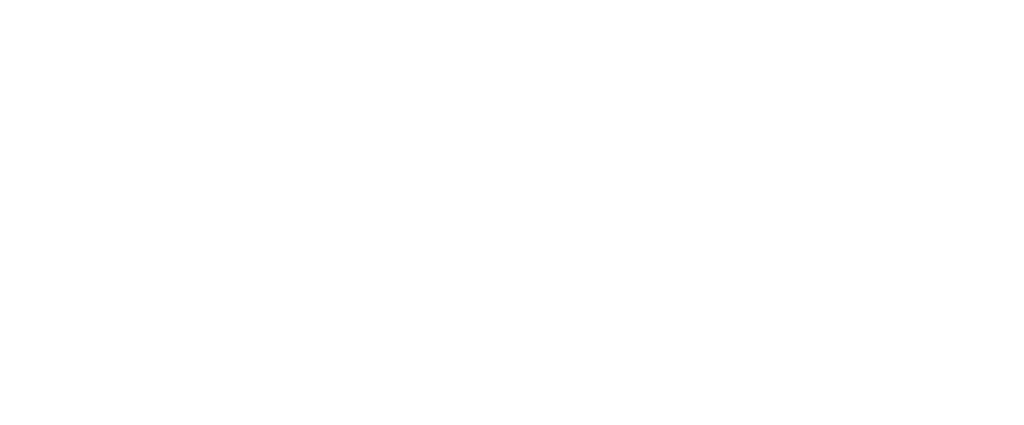
<source format=kicad_pcb>
(kicad_pcb (version 20171130) (host pcbnew "(5.0.1)-4")

  (general
    (thickness 1.6)
    (drawings 30)
    (tracks 0)
    (zones 0)
    (modules 0)
    (nets 1)
  )

  (page A4)
  (layers
    (0 F.Cu signal)
    (31 B.Cu signal)
    (32 B.Adhes user)
    (33 F.Adhes user)
    (34 B.Paste user)
    (35 F.Paste user)
    (36 B.SilkS user)
    (37 F.SilkS user)
    (38 B.Mask user)
    (39 F.Mask user)
    (40 Dwgs.User user)
    (41 Cmts.User user)
    (42 Eco1.User user)
    (43 Eco2.User user)
    (44 Edge.Cuts user)
    (45 Margin user)
    (46 B.CrtYd user)
    (47 F.CrtYd user)
    (48 B.Fab user)
    (49 F.Fab user)
  )

  (setup
    (last_trace_width 0.25)
    (trace_clearance 0.2)
    (zone_clearance 0.508)
    (zone_45_only no)
    (trace_min 0.2)
    (segment_width 0.3)
    (edge_width 0.2)
    (via_size 0.8)
    (via_drill 0.4)
    (via_min_size 0.4)
    (via_min_drill 0.3)
    (uvia_size 0.3)
    (uvia_drill 0.1)
    (uvias_allowed no)
    (uvia_min_size 0.2)
    (uvia_min_drill 0.1)
    (pcb_text_width 0.3)
    (pcb_text_size 1.5 1.5)
    (mod_edge_width 0.15)
    (mod_text_size 1 1)
    (mod_text_width 0.15)
    (pad_size 1.524 1.524)
    (pad_drill 0.762)
    (pad_to_mask_clearance 0.051)
    (solder_mask_min_width 0.25)
    (aux_axis_origin 0 0)
    (visible_elements 7FFFFFFF)
    (pcbplotparams
      (layerselection 0x010f0_ffffffff)
      (usegerberextensions false)
      (usegerberattributes false)
      (usegerberadvancedattributes false)
      (creategerberjobfile false)
      (excludeedgelayer true)
      (linewidth 0.100000)
      (plotframeref false)
      (viasonmask false)
      (mode 1)
      (useauxorigin false)
      (hpglpennumber 1)
      (hpglpenspeed 20)
      (hpglpendiameter 15.000000)
      (psnegative false)
      (psa4output false)
      (plotreference true)
      (plotvalue true)
      (plotinvisibletext false)
      (padsonsilk false)
      (subtractmaskfromsilk false)
      (outputformat 1)
      (mirror false)
      (drillshape 0)
      (scaleselection 1)
      (outputdirectory ""))
  )

  (net 0 "")

  (net_class Default "This is the default net class."
    (clearance 0.2)
    (trace_width 0.25)
    (via_dia 0.8)
    (via_drill 0.4)
    (uvia_dia 0.3)
    (uvia_drill 0.1)
  )

  (gr_text Countersink (at 94 -5.2) (layer Eco2.User)
    (effects (font (size 1.5 1.5) (thickness 0.3)))
  )
  (gr_line (start 94.15 9.65) (end 94.15 -3.8) (layer Eco2.User) (width 0.3))
  (gr_circle (center 94.15 12.2) (end 96.7 12.2) (layer Eco2.User) (width 0.3))
  (gr_circle (center 94.15 12.2) (end 95.7 12.2) (layer Eco2.User) (width 0.2))
  (gr_circle (center 105.1 11.7) (end 107.7 11.7) (layer Eco2.User) (width 0.2) (tstamp 5DB11093))
  (gr_circle (center 83.15 11.7) (end 85.75 11.7) (layer Eco2.User) (width 0.2))
  (gr_circle (center 105.1 25.65) (end 108.25 25.65) (layer Eco2.User) (width 0.2) (tstamp 5DB10AE9))
  (gr_circle (center 94.2 25.65) (end 97.35 25.65) (layer Eco2.User) (width 0.2) (tstamp 5DB10AE3))
  (gr_circle (center 83.2 25.65) (end 86.35 25.65) (layer Eco2.User) (width 0.2) (tstamp 5DB10ADD))
  (gr_circle (center 72.2 25.65) (end 75.35 25.65) (layer Eco2.User) (width 0.2) (tstamp 5DB10AD7))
  (gr_circle (center 61.15 25.65) (end 64.3 25.65) (layer Eco2.User) (width 0.2) (tstamp 5DB10AD1))
  (gr_circle (center 61.15 16.203121) (end 62.75 16.303121) (layer Eco2.User) (width 0.2) (tstamp 5DB10AD0))
  (gr_circle (center 50.15 25.65) (end 53.3 25.65) (layer Eco2.User) (width 0.2) (tstamp 5DB10ACB))
  (gr_circle (center 50.15 16.203121) (end 51.75 16.303121) (layer Eco2.User) (width 0.2) (tstamp 5DB10ACA))
  (gr_circle (center 39.2 25.65) (end 42.35 25.65) (layer Eco2.User) (width 0.2) (tstamp 5DB10AC5))
  (gr_circle (center 39.2 16.203121) (end 40.8 16.303121) (layer Eco2.User) (width 0.2) (tstamp 5DB10AC4))
  (gr_circle (center 28.2 16.2) (end 29.8 16.3) (layer Eco2.User) (width 0.2) (tstamp 5DB10AC0))
  (gr_circle (center 28.2 25.65) (end 31.35 25.65) (layer Eco2.User) (width 0.2) (tstamp 5DB10ABE))
  (gr_circle (center 17.2 16.2) (end 18.8 16.3) (layer Eco2.User) (width 0.2) (tstamp 5DB10AB5))
  (gr_circle (center 17.25 25.65) (end 20.4 25.65) (layer Eco2.User) (width 0.2) (tstamp 5DB10A9D))
  (gr_circle (center 6.3 16.2) (end 7.9 16.3) (layer Eco2.User) (width 0.2))
  (gr_circle (center 6.35 25.65) (end 9.5 25.65) (layer Eco2.User) (width 0.2))
  (gr_circle (center 104 3) (end 105.6 3) (layer Eco2.User) (width 0.2) (tstamp 5DB1073F))
  (gr_circle (center 104 36.65) (end 105.6 36.65) (layer Eco2.User) (width 0.2) (tstamp 5DB10739))
  (gr_circle (center 7.5 36.65) (end 9.1 36.65) (layer Eco2.User) (width 0.2) (tstamp 5DB10732))
  (gr_circle (center 7.5 3) (end 9.1 3) (layer Eco2.User) (width 0.2))
  (gr_line (start 111.4 0) (end 111.4 39.65) (layer Eco2.User) (width 0.2))
  (gr_line (start 0 0) (end 111.4 0) (layer Eco2.User) (width 0.2))
  (gr_line (start 0 39.65) (end 111.4 39.65) (layer Eco2.User) (width 0.2))
  (gr_line (start 0 0) (end 0 39.65) (layer Eco2.User) (width 0.2))

)

</source>
